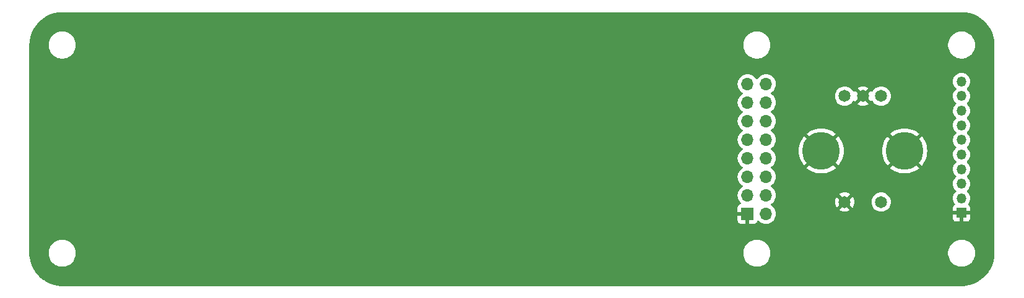
<source format=gtl>
G04 #@! TF.GenerationSoftware,KiCad,Pcbnew,8.0.7*
G04 #@! TF.CreationDate,2025-03-31T16:49:52+02:00*
G04 #@! TF.ProjectId,OLED_encoder,4f4c4544-5f65-46e6-936f-6465722e6b69,rev?*
G04 #@! TF.SameCoordinates,Original*
G04 #@! TF.FileFunction,Copper,L1,Top*
G04 #@! TF.FilePolarity,Positive*
%FSLAX46Y46*%
G04 Gerber Fmt 4.6, Leading zero omitted, Abs format (unit mm)*
G04 Created by KiCad (PCBNEW 8.0.7) date 2025-03-31 16:49:52*
%MOMM*%
%LPD*%
G01*
G04 APERTURE LIST*
G04 #@! TA.AperFunction,ComponentPad*
%ADD10R,1.700000X1.700000*%
G04 #@! TD*
G04 #@! TA.AperFunction,ComponentPad*
%ADD11O,1.700000X1.700000*%
G04 #@! TD*
G04 #@! TA.AperFunction,ComponentPad*
%ADD12C,1.650000*%
G04 #@! TD*
G04 #@! TA.AperFunction,ComponentPad*
%ADD13C,5.161000*%
G04 #@! TD*
G04 #@! TA.AperFunction,ComponentPad*
%ADD14R,1.350000X1.350000*%
G04 #@! TD*
G04 #@! TA.AperFunction,ComponentPad*
%ADD15O,1.350000X1.350000*%
G04 #@! TD*
G04 APERTURE END LIST*
D10*
X149715238Y-127619619D03*
D11*
X152255238Y-127619619D03*
X149715238Y-125079619D03*
X152255238Y-125079619D03*
X149715238Y-122539619D03*
X152255238Y-122539619D03*
X149715238Y-119999619D03*
X152255238Y-119999619D03*
X149715238Y-117459619D03*
X152255238Y-117459619D03*
X149715238Y-114919619D03*
X152255238Y-114919619D03*
X149715238Y-112379619D03*
X152255238Y-112379619D03*
X149715238Y-109839619D03*
X152255238Y-109839619D03*
D12*
X168000000Y-126000000D03*
X163000000Y-126000000D03*
X168000000Y-111500000D03*
X163000000Y-111500000D03*
X165500000Y-111500000D03*
D13*
X171200000Y-119000000D03*
X159800000Y-119000000D03*
D14*
X178987828Y-127500000D03*
D15*
X178987828Y-125500000D03*
X178987828Y-123500000D03*
X178987828Y-121500000D03*
X178987828Y-119500000D03*
X178987828Y-117500000D03*
X178987828Y-115500000D03*
X178987828Y-113500000D03*
X178987828Y-111500000D03*
X178987828Y-109500000D03*
G04 #@! TA.AperFunction,Conductor*
G36*
X179000692Y-100000007D02*
G01*
X179202929Y-100002343D01*
X179212931Y-100002863D01*
X179616336Y-100040244D01*
X179627654Y-100041823D01*
X179995590Y-100110602D01*
X180025200Y-100116137D01*
X180036351Y-100118760D01*
X180425313Y-100229429D01*
X180436151Y-100233061D01*
X180813285Y-100379164D01*
X180823747Y-100383784D01*
X181185760Y-100564044D01*
X181195748Y-100569607D01*
X181432071Y-100715932D01*
X181539599Y-100782511D01*
X181549048Y-100788984D01*
X181871779Y-101032699D01*
X181880580Y-101040008D01*
X182179448Y-101312462D01*
X182187542Y-101320556D01*
X182459987Y-101619414D01*
X182467304Y-101628225D01*
X182711015Y-101950951D01*
X182717488Y-101960400D01*
X182930387Y-102304242D01*
X182935960Y-102314249D01*
X183116211Y-102676244D01*
X183120838Y-102686721D01*
X183266934Y-103063837D01*
X183270573Y-103074697D01*
X183381239Y-103463650D01*
X183383862Y-103474799D01*
X183458174Y-103872332D01*
X183459756Y-103883676D01*
X183497135Y-104287064D01*
X183497656Y-104297073D01*
X183499992Y-104499307D01*
X183500000Y-104500739D01*
X183500000Y-132999260D01*
X183499992Y-133000692D01*
X183497656Y-133202926D01*
X183497135Y-133212935D01*
X183459756Y-133616323D01*
X183458174Y-133627667D01*
X183383862Y-134025200D01*
X183381239Y-134036349D01*
X183270573Y-134425302D01*
X183266934Y-134436162D01*
X183120838Y-134813278D01*
X183116211Y-134823755D01*
X182935960Y-135185750D01*
X182930387Y-135195757D01*
X182717488Y-135539599D01*
X182711015Y-135549048D01*
X182467304Y-135871774D01*
X182459987Y-135880585D01*
X182187542Y-136179443D01*
X182179443Y-136187542D01*
X181880585Y-136459987D01*
X181871774Y-136467304D01*
X181549048Y-136711015D01*
X181539599Y-136717488D01*
X181195757Y-136930387D01*
X181185750Y-136935960D01*
X180823755Y-137116211D01*
X180813278Y-137120838D01*
X180436162Y-137266934D01*
X180425302Y-137270573D01*
X180036349Y-137381239D01*
X180025200Y-137383862D01*
X179627667Y-137458174D01*
X179616323Y-137459756D01*
X179212935Y-137497135D01*
X179202926Y-137497656D01*
X179000693Y-137499992D01*
X178999261Y-137500000D01*
X56000739Y-137500000D01*
X55999307Y-137499992D01*
X55797073Y-137497656D01*
X55787064Y-137497135D01*
X55383676Y-137459756D01*
X55372332Y-137458174D01*
X54974799Y-137383862D01*
X54963650Y-137381239D01*
X54574697Y-137270573D01*
X54563837Y-137266934D01*
X54186721Y-137120838D01*
X54176244Y-137116211D01*
X53814249Y-136935960D01*
X53804242Y-136930387D01*
X53460400Y-136717488D01*
X53450951Y-136711015D01*
X53128225Y-136467304D01*
X53119414Y-136459987D01*
X52820556Y-136187542D01*
X52812457Y-136179443D01*
X52540012Y-135880585D01*
X52532695Y-135871774D01*
X52288984Y-135549048D01*
X52282511Y-135539599D01*
X52215932Y-135432071D01*
X52069607Y-135195748D01*
X52064044Y-135185760D01*
X51883784Y-134823747D01*
X51879161Y-134813278D01*
X51733061Y-134436151D01*
X51729429Y-134425313D01*
X51618760Y-134036349D01*
X51616137Y-134025200D01*
X51610602Y-133995590D01*
X51541823Y-133627654D01*
X51540244Y-133616336D01*
X51502863Y-133212931D01*
X51502343Y-133202926D01*
X51500008Y-133000692D01*
X51500000Y-132999260D01*
X51500000Y-132878711D01*
X54149500Y-132878711D01*
X54149500Y-133121288D01*
X54181161Y-133361785D01*
X54243947Y-133596104D01*
X54257021Y-133627667D01*
X54336776Y-133820212D01*
X54458064Y-134030289D01*
X54458066Y-134030292D01*
X54458067Y-134030293D01*
X54605733Y-134222736D01*
X54605739Y-134222743D01*
X54777256Y-134394260D01*
X54777263Y-134394266D01*
X54831849Y-134436151D01*
X54969711Y-134541936D01*
X55179788Y-134663224D01*
X55403900Y-134756054D01*
X55638211Y-134818838D01*
X55818586Y-134842584D01*
X55878711Y-134850500D01*
X55878712Y-134850500D01*
X56121289Y-134850500D01*
X56169388Y-134844167D01*
X56361789Y-134818838D01*
X56596100Y-134756054D01*
X56820212Y-134663224D01*
X57030289Y-134541936D01*
X57222738Y-134394265D01*
X57394265Y-134222738D01*
X57541936Y-134030289D01*
X57663224Y-133820212D01*
X57756054Y-133596100D01*
X57818838Y-133361789D01*
X57850500Y-133121288D01*
X57850500Y-132878712D01*
X57850500Y-132878711D01*
X149149500Y-132878711D01*
X149149500Y-133121288D01*
X149181161Y-133361785D01*
X149243947Y-133596104D01*
X149257021Y-133627667D01*
X149336776Y-133820212D01*
X149458064Y-134030289D01*
X149458066Y-134030292D01*
X149458067Y-134030293D01*
X149605733Y-134222736D01*
X149605739Y-134222743D01*
X149777256Y-134394260D01*
X149777263Y-134394266D01*
X149831849Y-134436151D01*
X149969711Y-134541936D01*
X150179788Y-134663224D01*
X150403900Y-134756054D01*
X150638211Y-134818838D01*
X150818586Y-134842584D01*
X150878711Y-134850500D01*
X150878712Y-134850500D01*
X151121289Y-134850500D01*
X151169388Y-134844167D01*
X151361789Y-134818838D01*
X151596100Y-134756054D01*
X151820212Y-134663224D01*
X152030289Y-134541936D01*
X152222738Y-134394265D01*
X152394265Y-134222738D01*
X152541936Y-134030289D01*
X152663224Y-133820212D01*
X152756054Y-133596100D01*
X152818838Y-133361789D01*
X152850500Y-133121288D01*
X152850500Y-132878712D01*
X152850500Y-132878711D01*
X177149500Y-132878711D01*
X177149500Y-133121288D01*
X177181161Y-133361785D01*
X177243947Y-133596104D01*
X177257021Y-133627667D01*
X177336776Y-133820212D01*
X177458064Y-134030289D01*
X177458066Y-134030292D01*
X177458067Y-134030293D01*
X177605733Y-134222736D01*
X177605739Y-134222743D01*
X177777256Y-134394260D01*
X177777263Y-134394266D01*
X177831849Y-134436151D01*
X177969711Y-134541936D01*
X178179788Y-134663224D01*
X178403900Y-134756054D01*
X178638211Y-134818838D01*
X178818586Y-134842584D01*
X178878711Y-134850500D01*
X178878712Y-134850500D01*
X179121289Y-134850500D01*
X179169388Y-134844167D01*
X179361789Y-134818838D01*
X179596100Y-134756054D01*
X179820212Y-134663224D01*
X180030289Y-134541936D01*
X180222738Y-134394265D01*
X180394265Y-134222738D01*
X180541936Y-134030289D01*
X180663224Y-133820212D01*
X180756054Y-133596100D01*
X180818838Y-133361789D01*
X180850500Y-133121288D01*
X180850500Y-132878712D01*
X180818838Y-132638211D01*
X180756054Y-132403900D01*
X180663224Y-132179788D01*
X180541936Y-131969711D01*
X180394265Y-131777262D01*
X180394260Y-131777256D01*
X180222743Y-131605739D01*
X180222736Y-131605733D01*
X180030293Y-131458067D01*
X180030292Y-131458066D01*
X180030289Y-131458064D01*
X179820212Y-131336776D01*
X179820205Y-131336773D01*
X179596104Y-131243947D01*
X179361785Y-131181161D01*
X179121289Y-131149500D01*
X179121288Y-131149500D01*
X178878712Y-131149500D01*
X178878711Y-131149500D01*
X178638214Y-131181161D01*
X178403895Y-131243947D01*
X178179794Y-131336773D01*
X178179785Y-131336777D01*
X177969706Y-131458067D01*
X177777263Y-131605733D01*
X177777256Y-131605739D01*
X177605739Y-131777256D01*
X177605733Y-131777263D01*
X177458067Y-131969706D01*
X177336777Y-132179785D01*
X177336773Y-132179794D01*
X177243947Y-132403895D01*
X177181161Y-132638214D01*
X177149500Y-132878711D01*
X152850500Y-132878711D01*
X152818838Y-132638211D01*
X152756054Y-132403900D01*
X152663224Y-132179788D01*
X152541936Y-131969711D01*
X152394265Y-131777262D01*
X152394260Y-131777256D01*
X152222743Y-131605739D01*
X152222736Y-131605733D01*
X152030293Y-131458067D01*
X152030292Y-131458066D01*
X152030289Y-131458064D01*
X151820212Y-131336776D01*
X151820205Y-131336773D01*
X151596104Y-131243947D01*
X151361785Y-131181161D01*
X151121289Y-131149500D01*
X151121288Y-131149500D01*
X150878712Y-131149500D01*
X150878711Y-131149500D01*
X150638214Y-131181161D01*
X150403895Y-131243947D01*
X150179794Y-131336773D01*
X150179785Y-131336777D01*
X149969706Y-131458067D01*
X149777263Y-131605733D01*
X149777256Y-131605739D01*
X149605739Y-131777256D01*
X149605733Y-131777263D01*
X149458067Y-131969706D01*
X149336777Y-132179785D01*
X149336773Y-132179794D01*
X149243947Y-132403895D01*
X149181161Y-132638214D01*
X149149500Y-132878711D01*
X57850500Y-132878711D01*
X57818838Y-132638211D01*
X57756054Y-132403900D01*
X57663224Y-132179788D01*
X57541936Y-131969711D01*
X57394265Y-131777262D01*
X57394260Y-131777256D01*
X57222743Y-131605739D01*
X57222736Y-131605733D01*
X57030293Y-131458067D01*
X57030292Y-131458066D01*
X57030289Y-131458064D01*
X56820212Y-131336776D01*
X56820205Y-131336773D01*
X56596104Y-131243947D01*
X56361785Y-131181161D01*
X56121289Y-131149500D01*
X56121288Y-131149500D01*
X55878712Y-131149500D01*
X55878711Y-131149500D01*
X55638214Y-131181161D01*
X55403895Y-131243947D01*
X55179794Y-131336773D01*
X55179785Y-131336777D01*
X54969706Y-131458067D01*
X54777263Y-131605733D01*
X54777256Y-131605739D01*
X54605739Y-131777256D01*
X54605733Y-131777263D01*
X54458067Y-131969706D01*
X54336777Y-132179785D01*
X54336773Y-132179794D01*
X54243947Y-132403895D01*
X54181161Y-132638214D01*
X54149500Y-132878711D01*
X51500000Y-132878711D01*
X51500000Y-109839618D01*
X148359579Y-109839618D01*
X148359579Y-109839619D01*
X148380174Y-110075022D01*
X148380176Y-110075032D01*
X148441332Y-110303274D01*
X148441334Y-110303278D01*
X148441335Y-110303282D01*
X148518179Y-110468074D01*
X148541203Y-110517449D01*
X148541205Y-110517453D01*
X148630325Y-110644729D01*
X148676739Y-110711015D01*
X148676744Y-110711021D01*
X148843835Y-110878112D01*
X148843841Y-110878117D01*
X149029396Y-111008044D01*
X149073021Y-111062621D01*
X149080215Y-111132119D01*
X149048692Y-111194474D01*
X149029396Y-111211194D01*
X148843835Y-111341124D01*
X148676743Y-111508216D01*
X148541203Y-111701788D01*
X148541202Y-111701790D01*
X148441336Y-111915954D01*
X148441332Y-111915963D01*
X148380176Y-112144205D01*
X148380174Y-112144215D01*
X148359579Y-112379618D01*
X148359579Y-112379619D01*
X148380174Y-112615022D01*
X148380176Y-112615032D01*
X148441332Y-112843274D01*
X148441334Y-112843278D01*
X148441335Y-112843282D01*
X148457771Y-112878528D01*
X148541203Y-113057449D01*
X148541205Y-113057453D01*
X148649519Y-113212140D01*
X148676739Y-113251015D01*
X148676744Y-113251021D01*
X148843835Y-113418112D01*
X148843841Y-113418117D01*
X149029396Y-113548044D01*
X149073021Y-113602621D01*
X149080215Y-113672119D01*
X149048692Y-113734474D01*
X149029396Y-113751194D01*
X148843835Y-113881124D01*
X148676743Y-114048216D01*
X148541203Y-114241788D01*
X148541202Y-114241790D01*
X148441336Y-114455954D01*
X148441332Y-114455963D01*
X148380176Y-114684205D01*
X148380174Y-114684215D01*
X148359579Y-114919618D01*
X148359579Y-114919619D01*
X148380174Y-115155022D01*
X148380176Y-115155032D01*
X148441332Y-115383274D01*
X148441334Y-115383278D01*
X148441335Y-115383282D01*
X148445238Y-115391651D01*
X148541203Y-115597449D01*
X148541205Y-115597453D01*
X148649519Y-115752140D01*
X148676739Y-115791015D01*
X148676744Y-115791021D01*
X148843835Y-115958112D01*
X148843841Y-115958117D01*
X149029396Y-116088044D01*
X149073021Y-116142621D01*
X149080215Y-116212119D01*
X149048692Y-116274474D01*
X149029396Y-116291194D01*
X148843835Y-116421124D01*
X148676743Y-116588216D01*
X148541203Y-116781788D01*
X148541202Y-116781790D01*
X148441336Y-116995954D01*
X148441332Y-116995963D01*
X148380176Y-117224205D01*
X148380174Y-117224215D01*
X148359579Y-117459618D01*
X148359579Y-117459619D01*
X148380174Y-117695022D01*
X148380176Y-117695032D01*
X148441332Y-117923274D01*
X148441334Y-117923278D01*
X148441335Y-117923282D01*
X148521242Y-118094642D01*
X148541203Y-118137449D01*
X148541205Y-118137453D01*
X148611211Y-118237431D01*
X148676739Y-118331015D01*
X148676744Y-118331021D01*
X148843835Y-118498112D01*
X148843841Y-118498117D01*
X149029396Y-118628044D01*
X149073021Y-118682621D01*
X149080215Y-118752119D01*
X149048692Y-118814474D01*
X149029396Y-118831194D01*
X148843835Y-118961124D01*
X148676743Y-119128216D01*
X148541203Y-119321788D01*
X148541202Y-119321790D01*
X148441336Y-119535954D01*
X148441332Y-119535963D01*
X148380176Y-119764205D01*
X148380174Y-119764215D01*
X148359579Y-119999618D01*
X148359579Y-119999619D01*
X148380174Y-120235022D01*
X148380176Y-120235032D01*
X148441332Y-120463274D01*
X148441334Y-120463278D01*
X148441335Y-120463282D01*
X148480064Y-120546336D01*
X148541203Y-120677449D01*
X148541205Y-120677453D01*
X148649519Y-120832140D01*
X148676739Y-120871015D01*
X148676744Y-120871021D01*
X148843835Y-121038112D01*
X148843841Y-121038117D01*
X149029396Y-121168044D01*
X149073021Y-121222621D01*
X149080215Y-121292119D01*
X149048692Y-121354474D01*
X149029396Y-121371194D01*
X148843835Y-121501124D01*
X148676743Y-121668216D01*
X148541203Y-121861788D01*
X148541202Y-121861790D01*
X148441336Y-122075954D01*
X148441332Y-122075963D01*
X148380176Y-122304205D01*
X148380174Y-122304215D01*
X148359579Y-122539618D01*
X148359579Y-122539619D01*
X148380174Y-122775022D01*
X148380176Y-122775032D01*
X148441332Y-123003274D01*
X148441334Y-123003278D01*
X148441335Y-123003282D01*
X148521242Y-123174642D01*
X148541203Y-123217449D01*
X148541205Y-123217453D01*
X148587156Y-123283077D01*
X148676739Y-123411015D01*
X148676744Y-123411021D01*
X148843835Y-123578112D01*
X148843841Y-123578117D01*
X149029396Y-123708044D01*
X149073021Y-123762621D01*
X149080215Y-123832119D01*
X149048692Y-123894474D01*
X149029396Y-123911194D01*
X148843835Y-124041124D01*
X148676743Y-124208216D01*
X148541203Y-124401788D01*
X148541202Y-124401790D01*
X148441336Y-124615954D01*
X148441332Y-124615963D01*
X148380176Y-124844205D01*
X148380174Y-124844215D01*
X148359579Y-125079618D01*
X148359579Y-125079619D01*
X148380174Y-125315022D01*
X148380176Y-125315032D01*
X148441332Y-125543274D01*
X148441334Y-125543278D01*
X148441335Y-125543282D01*
X148521242Y-125714642D01*
X148541203Y-125757449D01*
X148541205Y-125757453D01*
X148649519Y-125912140D01*
X148676739Y-125951015D01*
X148676744Y-125951021D01*
X148799056Y-126073333D01*
X148832541Y-126134656D01*
X148827557Y-126204348D01*
X148785685Y-126260281D01*
X148754709Y-126277196D01*
X148623150Y-126326265D01*
X148623144Y-126326268D01*
X148508050Y-126412428D01*
X148508047Y-126412431D01*
X148421887Y-126527525D01*
X148421883Y-126527532D01*
X148371641Y-126662239D01*
X148371639Y-126662246D01*
X148365238Y-126721774D01*
X148365238Y-127369619D01*
X149282226Y-127369619D01*
X149249313Y-127426626D01*
X149215238Y-127553793D01*
X149215238Y-127685445D01*
X149249313Y-127812612D01*
X149282226Y-127869619D01*
X148365238Y-127869619D01*
X148365238Y-128517463D01*
X148371639Y-128576991D01*
X148371641Y-128576998D01*
X148421883Y-128711705D01*
X148421887Y-128711712D01*
X148508047Y-128826806D01*
X148508050Y-128826809D01*
X148623144Y-128912969D01*
X148623151Y-128912973D01*
X148757858Y-128963215D01*
X148757865Y-128963217D01*
X148817393Y-128969618D01*
X148817410Y-128969619D01*
X149465238Y-128969619D01*
X149465238Y-128052631D01*
X149522245Y-128085544D01*
X149649412Y-128119619D01*
X149781064Y-128119619D01*
X149908231Y-128085544D01*
X149965238Y-128052631D01*
X149965238Y-128969619D01*
X150613066Y-128969619D01*
X150613082Y-128969618D01*
X150672610Y-128963217D01*
X150672617Y-128963215D01*
X150807324Y-128912973D01*
X150807331Y-128912969D01*
X150922425Y-128826809D01*
X150922428Y-128826806D01*
X151008588Y-128711712D01*
X151008592Y-128711705D01*
X151057660Y-128580148D01*
X151099531Y-128524214D01*
X151164995Y-128499797D01*
X151233268Y-128514649D01*
X151261523Y-128535800D01*
X151383837Y-128658114D01*
X151407953Y-128675000D01*
X151577403Y-128793651D01*
X151577405Y-128793652D01*
X151577408Y-128793654D01*
X151791575Y-128893522D01*
X152019830Y-128954682D01*
X152190557Y-128969619D01*
X152255237Y-128975278D01*
X152255238Y-128975278D01*
X152255239Y-128975278D01*
X152319919Y-128969619D01*
X152490646Y-128954682D01*
X152718901Y-128893522D01*
X152933068Y-128793654D01*
X153126639Y-128658114D01*
X153293733Y-128491020D01*
X153429273Y-128297449D01*
X153529141Y-128083282D01*
X153590301Y-127855027D01*
X153610897Y-127619619D01*
X153590301Y-127384211D01*
X153529141Y-127155956D01*
X153429273Y-126941790D01*
X153293733Y-126748218D01*
X153293732Y-126748216D01*
X153126640Y-126581125D01*
X153126634Y-126581120D01*
X152941080Y-126451194D01*
X152897455Y-126396617D01*
X152890261Y-126327119D01*
X152921784Y-126264764D01*
X152941080Y-126248044D01*
X153052738Y-126169860D01*
X153126639Y-126118114D01*
X153244754Y-125999999D01*
X161669939Y-125999999D01*
X161669939Y-126000000D01*
X161690145Y-126230958D01*
X161690147Y-126230968D01*
X161750148Y-126454900D01*
X161750152Y-126454909D01*
X161848132Y-126665029D01*
X161848133Y-126665031D01*
X161903023Y-126743422D01*
X161903023Y-126743423D01*
X162476212Y-126170234D01*
X162487482Y-126212292D01*
X162559890Y-126337708D01*
X162662292Y-126440110D01*
X162787708Y-126512518D01*
X162829765Y-126523787D01*
X162256575Y-127096975D01*
X162334973Y-127151868D01*
X162545090Y-127249847D01*
X162545099Y-127249851D01*
X162769031Y-127309852D01*
X162769041Y-127309854D01*
X162999999Y-127330061D01*
X163000001Y-127330061D01*
X163230958Y-127309854D01*
X163230968Y-127309852D01*
X163454900Y-127249851D01*
X163454909Y-127249847D01*
X163665030Y-127151867D01*
X163743423Y-127096975D01*
X163170234Y-126523787D01*
X163212292Y-126512518D01*
X163337708Y-126440110D01*
X163440110Y-126337708D01*
X163512518Y-126212292D01*
X163523787Y-126170235D01*
X164096975Y-126743423D01*
X164151867Y-126665030D01*
X164249847Y-126454909D01*
X164249851Y-126454900D01*
X164309852Y-126230968D01*
X164309854Y-126230958D01*
X164330061Y-126000000D01*
X164330061Y-125999999D01*
X164330061Y-125999998D01*
X166669437Y-125999998D01*
X166669437Y-126000001D01*
X166689650Y-126231044D01*
X166689651Y-126231051D01*
X166749678Y-126455074D01*
X166749679Y-126455076D01*
X166749680Y-126455079D01*
X166847699Y-126665282D01*
X166980730Y-126855269D01*
X167144731Y-127019270D01*
X167334718Y-127152301D01*
X167544921Y-127250320D01*
X167768950Y-127310349D01*
X167933985Y-127324787D01*
X167999998Y-127330563D01*
X168000000Y-127330563D01*
X168000002Y-127330563D01*
X168057762Y-127325509D01*
X168231050Y-127310349D01*
X168455079Y-127250320D01*
X168665282Y-127152301D01*
X168855269Y-127019270D01*
X169019270Y-126855269D01*
X169152301Y-126665282D01*
X169250320Y-126455079D01*
X169310349Y-126231050D01*
X169330563Y-126000000D01*
X169310349Y-125768950D01*
X169250320Y-125544921D01*
X169152301Y-125334719D01*
X169152299Y-125334716D01*
X169152298Y-125334714D01*
X169019273Y-125144735D01*
X169019268Y-125144729D01*
X168855269Y-124980730D01*
X168855263Y-124980726D01*
X168665282Y-124847699D01*
X168455079Y-124749680D01*
X168455076Y-124749679D01*
X168455074Y-124749678D01*
X168231051Y-124689651D01*
X168231044Y-124689650D01*
X168000002Y-124669437D01*
X167999998Y-124669437D01*
X167768955Y-124689650D01*
X167768948Y-124689651D01*
X167544917Y-124749681D01*
X167334718Y-124847699D01*
X167334714Y-124847701D01*
X167144735Y-124980726D01*
X167144729Y-124980731D01*
X166980731Y-125144729D01*
X166980726Y-125144735D01*
X166847701Y-125334714D01*
X166847699Y-125334718D01*
X166749681Y-125544917D01*
X166689651Y-125768948D01*
X166689650Y-125768955D01*
X166669437Y-125999998D01*
X164330061Y-125999998D01*
X164309854Y-125769041D01*
X164309852Y-125769031D01*
X164249851Y-125545099D01*
X164249847Y-125545090D01*
X164151868Y-125334972D01*
X164096974Y-125256576D01*
X163523787Y-125829764D01*
X163512518Y-125787708D01*
X163440110Y-125662292D01*
X163337708Y-125559890D01*
X163212292Y-125487482D01*
X163170233Y-125476212D01*
X163743423Y-124903023D01*
X163665031Y-124848133D01*
X163665029Y-124848132D01*
X163454909Y-124750152D01*
X163454900Y-124750148D01*
X163230968Y-124690147D01*
X163230958Y-124690145D01*
X163000001Y-124669939D01*
X162999999Y-124669939D01*
X162769041Y-124690145D01*
X162769031Y-124690147D01*
X162545099Y-124750148D01*
X162545090Y-124750152D01*
X162334974Y-124848131D01*
X162256576Y-124903024D01*
X162829765Y-125476212D01*
X162787708Y-125487482D01*
X162662292Y-125559890D01*
X162559890Y-125662292D01*
X162487482Y-125787708D01*
X162476212Y-125829765D01*
X161903024Y-125256576D01*
X161848131Y-125334974D01*
X161750152Y-125545090D01*
X161750148Y-125545099D01*
X161690147Y-125769031D01*
X161690145Y-125769041D01*
X161669939Y-125999999D01*
X153244754Y-125999999D01*
X153293733Y-125951020D01*
X153429273Y-125757449D01*
X153529141Y-125543282D01*
X153590301Y-125315027D01*
X153610897Y-125079619D01*
X153590301Y-124844211D01*
X153529141Y-124615956D01*
X153429273Y-124401790D01*
X153423663Y-124393777D01*
X153293732Y-124208216D01*
X153126640Y-124041125D01*
X153126634Y-124041120D01*
X152941080Y-123911194D01*
X152897455Y-123856617D01*
X152890261Y-123787119D01*
X152921784Y-123724764D01*
X152941080Y-123708044D01*
X152963264Y-123692510D01*
X153126639Y-123578114D01*
X153293733Y-123411020D01*
X153429273Y-123217449D01*
X153529141Y-123003282D01*
X153590301Y-122775027D01*
X153610897Y-122539619D01*
X153590301Y-122304211D01*
X153529141Y-122075956D01*
X153429273Y-121861790D01*
X153423663Y-121853777D01*
X153293732Y-121668216D01*
X153126640Y-121501125D01*
X153126634Y-121501120D01*
X152941080Y-121371194D01*
X152897455Y-121316617D01*
X152890261Y-121247119D01*
X152921784Y-121184764D01*
X152941080Y-121168044D01*
X153076044Y-121073541D01*
X153126639Y-121038114D01*
X153293733Y-120871020D01*
X153429273Y-120677449D01*
X153529141Y-120463282D01*
X153590301Y-120235027D01*
X153610897Y-119999619D01*
X153590301Y-119764211D01*
X153529141Y-119535956D01*
X153429273Y-119321790D01*
X153423663Y-119313777D01*
X153293732Y-119128216D01*
X153165515Y-119000000D01*
X156714646Y-119000000D01*
X156734045Y-119345445D01*
X156734047Y-119345457D01*
X156792001Y-119686552D01*
X156792003Y-119686560D01*
X156887785Y-120019025D01*
X157020188Y-120338678D01*
X157020190Y-120338682D01*
X157187556Y-120641507D01*
X157387774Y-120923688D01*
X157451476Y-120994969D01*
X158419455Y-120026989D01*
X158503721Y-120136806D01*
X158663194Y-120296279D01*
X158773009Y-120380542D01*
X157805029Y-121348522D01*
X157876311Y-121412225D01*
X158158492Y-121612443D01*
X158461317Y-121779809D01*
X158461321Y-121779811D01*
X158780974Y-121912214D01*
X159113439Y-122007996D01*
X159113447Y-122007998D01*
X159454542Y-122065952D01*
X159454554Y-122065954D01*
X159800000Y-122085353D01*
X160145445Y-122065954D01*
X160145457Y-122065952D01*
X160486552Y-122007998D01*
X160486560Y-122007996D01*
X160819025Y-121912214D01*
X161138678Y-121779811D01*
X161138682Y-121779809D01*
X161441507Y-121612443D01*
X161723687Y-121412226D01*
X161723688Y-121412225D01*
X161794970Y-121348522D01*
X160826990Y-120380543D01*
X160936806Y-120296279D01*
X161096279Y-120136806D01*
X161180542Y-120026990D01*
X162148522Y-120994970D01*
X162212225Y-120923688D01*
X162212226Y-120923687D01*
X162412443Y-120641507D01*
X162579809Y-120338682D01*
X162579811Y-120338678D01*
X162712214Y-120019025D01*
X162807996Y-119686560D01*
X162807998Y-119686552D01*
X162865952Y-119345457D01*
X162865954Y-119345445D01*
X162885353Y-119000000D01*
X168114646Y-119000000D01*
X168134045Y-119345445D01*
X168134047Y-119345457D01*
X168192001Y-119686552D01*
X168192003Y-119686560D01*
X168287785Y-120019025D01*
X168420188Y-120338678D01*
X168420190Y-120338682D01*
X168587556Y-120641507D01*
X168787774Y-120923688D01*
X168851476Y-120994969D01*
X169819455Y-120026989D01*
X169903721Y-120136806D01*
X170063194Y-120296279D01*
X170173009Y-120380542D01*
X169205029Y-121348522D01*
X169276311Y-121412225D01*
X169558492Y-121612443D01*
X169861317Y-121779809D01*
X169861321Y-121779811D01*
X170180974Y-121912214D01*
X170513439Y-122007996D01*
X170513447Y-122007998D01*
X170854542Y-122065952D01*
X170854554Y-122065954D01*
X171200000Y-122085353D01*
X171545445Y-122065954D01*
X171545457Y-122065952D01*
X171886552Y-122007998D01*
X171886560Y-122007996D01*
X172219025Y-121912214D01*
X172538678Y-121779811D01*
X172538682Y-121779809D01*
X172841507Y-121612443D01*
X173123687Y-121412226D01*
X173123688Y-121412225D01*
X173194970Y-121348522D01*
X172226990Y-120380543D01*
X172336806Y-120296279D01*
X172496279Y-120136806D01*
X172580543Y-120026990D01*
X173548522Y-120994970D01*
X173612225Y-120923688D01*
X173612226Y-120923687D01*
X173812443Y-120641507D01*
X173979809Y-120338682D01*
X173979811Y-120338678D01*
X174112214Y-120019025D01*
X174207996Y-119686560D01*
X174207998Y-119686552D01*
X174265952Y-119345457D01*
X174265954Y-119345445D01*
X174285353Y-119000000D01*
X174265954Y-118654554D01*
X174265952Y-118654542D01*
X174207998Y-118313447D01*
X174207996Y-118313439D01*
X174112214Y-117980974D01*
X173979811Y-117661321D01*
X173979809Y-117661317D01*
X173812443Y-117358492D01*
X173612225Y-117076311D01*
X173548522Y-117005029D01*
X172580542Y-117973008D01*
X172496279Y-117863194D01*
X172336806Y-117703721D01*
X172226989Y-117619455D01*
X173194969Y-116651476D01*
X173194970Y-116651476D01*
X173123688Y-116587774D01*
X172841507Y-116387556D01*
X172538682Y-116220190D01*
X172538678Y-116220188D01*
X172219025Y-116087785D01*
X171886560Y-115992003D01*
X171886552Y-115992001D01*
X171545457Y-115934047D01*
X171545445Y-115934045D01*
X171200000Y-115914646D01*
X170854554Y-115934045D01*
X170854542Y-115934047D01*
X170513447Y-115992001D01*
X170513439Y-115992003D01*
X170180974Y-116087785D01*
X169861321Y-116220188D01*
X169861317Y-116220190D01*
X169558492Y-116387556D01*
X169276311Y-116587774D01*
X169205029Y-116651476D01*
X170173009Y-117619456D01*
X170063194Y-117703721D01*
X169903721Y-117863194D01*
X169819456Y-117973009D01*
X168851476Y-117005029D01*
X168787774Y-117076311D01*
X168587556Y-117358492D01*
X168420190Y-117661317D01*
X168420188Y-117661321D01*
X168287785Y-117980974D01*
X168192003Y-118313439D01*
X168192001Y-118313447D01*
X168134047Y-118654542D01*
X168134045Y-118654554D01*
X168114646Y-119000000D01*
X162885353Y-119000000D01*
X162865954Y-118654554D01*
X162865952Y-118654542D01*
X162807998Y-118313447D01*
X162807996Y-118313439D01*
X162712214Y-117980974D01*
X162579811Y-117661321D01*
X162579809Y-117661317D01*
X162412443Y-117358492D01*
X162212225Y-117076311D01*
X162148522Y-117005029D01*
X161180542Y-117973008D01*
X161096279Y-117863194D01*
X160936806Y-117703721D01*
X160826989Y-117619455D01*
X161794969Y-116651476D01*
X161794970Y-116651476D01*
X161723688Y-116587774D01*
X161441507Y-116387556D01*
X161138682Y-116220190D01*
X161138678Y-116220188D01*
X160819025Y-116087785D01*
X160486560Y-115992003D01*
X160486552Y-115992001D01*
X160145457Y-115934047D01*
X160145445Y-115934045D01*
X159800000Y-115914646D01*
X159454554Y-115934045D01*
X159454542Y-115934047D01*
X159113447Y-115992001D01*
X159113439Y-115992003D01*
X158780974Y-116087785D01*
X158461321Y-116220188D01*
X158461317Y-116220190D01*
X158158492Y-116387556D01*
X157876311Y-116587774D01*
X157805029Y-116651476D01*
X158773009Y-117619456D01*
X158663194Y-117703721D01*
X158503721Y-117863194D01*
X158419456Y-117973009D01*
X157451476Y-117005029D01*
X157387774Y-117076311D01*
X157187556Y-117358492D01*
X157020190Y-117661317D01*
X157020188Y-117661321D01*
X156887785Y-117980974D01*
X156792003Y-118313439D01*
X156792001Y-118313447D01*
X156734047Y-118654542D01*
X156734045Y-118654554D01*
X156714646Y-119000000D01*
X153165515Y-119000000D01*
X153126640Y-118961125D01*
X153126634Y-118961120D01*
X152941080Y-118831194D01*
X152897455Y-118776617D01*
X152890261Y-118707119D01*
X152921784Y-118644764D01*
X152941080Y-118628044D01*
X152993074Y-118591637D01*
X153126639Y-118498114D01*
X153293733Y-118331020D01*
X153429273Y-118137449D01*
X153529141Y-117923282D01*
X153590301Y-117695027D01*
X153610897Y-117459619D01*
X153590301Y-117224211D01*
X153529141Y-116995956D01*
X153429273Y-116781790D01*
X153423663Y-116773777D01*
X153293732Y-116588216D01*
X153126640Y-116421125D01*
X153126634Y-116421120D01*
X152941080Y-116291194D01*
X152897455Y-116236617D01*
X152890261Y-116167119D01*
X152921784Y-116104764D01*
X152941080Y-116088044D01*
X152963264Y-116072510D01*
X153126639Y-115958114D01*
X153293733Y-115791020D01*
X153429273Y-115597449D01*
X153529141Y-115383282D01*
X153590301Y-115155027D01*
X153610897Y-114919619D01*
X153590301Y-114684211D01*
X153529141Y-114455956D01*
X153429273Y-114241790D01*
X153423663Y-114233777D01*
X153293732Y-114048216D01*
X153126640Y-113881125D01*
X153126634Y-113881120D01*
X152941080Y-113751194D01*
X152897455Y-113696617D01*
X152890261Y-113627119D01*
X152921784Y-113564764D01*
X152941080Y-113548044D01*
X153009695Y-113499999D01*
X153126639Y-113418114D01*
X153293733Y-113251020D01*
X153429273Y-113057449D01*
X153529141Y-112843282D01*
X153590301Y-112615027D01*
X153610897Y-112379619D01*
X153590301Y-112144211D01*
X153529141Y-111915956D01*
X153429273Y-111701790D01*
X153423663Y-111693777D01*
X153293732Y-111508216D01*
X153285514Y-111499998D01*
X161669437Y-111499998D01*
X161669437Y-111500001D01*
X161689650Y-111731044D01*
X161689651Y-111731051D01*
X161749678Y-111955074D01*
X161749679Y-111955076D01*
X161749680Y-111955079D01*
X161847699Y-112165282D01*
X161980730Y-112355269D01*
X162144731Y-112519270D01*
X162334718Y-112652301D01*
X162544921Y-112750320D01*
X162768950Y-112810349D01*
X162933985Y-112824787D01*
X162999998Y-112830563D01*
X163000000Y-112830563D01*
X163000002Y-112830563D01*
X163057762Y-112825509D01*
X163231050Y-112810349D01*
X163455079Y-112750320D01*
X163665282Y-112652301D01*
X163855269Y-112519270D01*
X164019270Y-112355269D01*
X164148731Y-112170379D01*
X164203307Y-112126757D01*
X164272806Y-112119564D01*
X164335160Y-112151086D01*
X164351880Y-112170382D01*
X164403023Y-112243422D01*
X164403023Y-112243423D01*
X164976212Y-111670234D01*
X164987482Y-111712292D01*
X165059890Y-111837708D01*
X165162292Y-111940110D01*
X165287708Y-112012518D01*
X165329765Y-112023787D01*
X164756575Y-112596975D01*
X164834973Y-112651868D01*
X165045090Y-112749847D01*
X165045099Y-112749851D01*
X165269031Y-112809852D01*
X165269041Y-112809854D01*
X165499999Y-112830061D01*
X165500001Y-112830061D01*
X165730958Y-112809854D01*
X165730968Y-112809852D01*
X165954900Y-112749851D01*
X165954909Y-112749847D01*
X166165030Y-112651867D01*
X166243423Y-112596975D01*
X165670234Y-112023787D01*
X165712292Y-112012518D01*
X165837708Y-111940110D01*
X165940110Y-111837708D01*
X166012518Y-111712292D01*
X166023787Y-111670234D01*
X166596975Y-112243423D01*
X166648120Y-112170381D01*
X166702697Y-112126757D01*
X166772196Y-112119564D01*
X166834550Y-112151086D01*
X166851266Y-112170377D01*
X166980730Y-112355269D01*
X167144731Y-112519270D01*
X167334718Y-112652301D01*
X167544921Y-112750320D01*
X167768950Y-112810349D01*
X167933985Y-112824787D01*
X167999998Y-112830563D01*
X168000000Y-112830563D01*
X168000002Y-112830563D01*
X168057762Y-112825509D01*
X168231050Y-112810349D01*
X168455079Y-112750320D01*
X168665282Y-112652301D01*
X168855269Y-112519270D01*
X169019270Y-112355269D01*
X169152301Y-112165282D01*
X169250320Y-111955079D01*
X169310349Y-111731050D01*
X169330563Y-111500000D01*
X169310349Y-111268950D01*
X169250320Y-111044921D01*
X169152301Y-110834719D01*
X169152299Y-110834716D01*
X169152298Y-110834714D01*
X169019273Y-110644735D01*
X169019268Y-110644729D01*
X168855269Y-110480730D01*
X168828633Y-110462079D01*
X168665282Y-110347699D01*
X168455079Y-110249680D01*
X168455076Y-110249679D01*
X168455074Y-110249678D01*
X168231051Y-110189651D01*
X168231044Y-110189650D01*
X168000002Y-110169437D01*
X167999998Y-110169437D01*
X167768955Y-110189650D01*
X167768948Y-110189651D01*
X167544917Y-110249681D01*
X167334718Y-110347699D01*
X167334714Y-110347701D01*
X167144735Y-110480726D01*
X167144729Y-110480731D01*
X166980731Y-110644729D01*
X166980730Y-110644731D01*
X166851270Y-110829619D01*
X166796693Y-110873243D01*
X166727194Y-110880436D01*
X166664840Y-110848914D01*
X166648121Y-110829619D01*
X166596975Y-110756576D01*
X166596974Y-110756576D01*
X166023787Y-111329764D01*
X166012518Y-111287708D01*
X165940110Y-111162292D01*
X165837708Y-111059890D01*
X165712292Y-110987482D01*
X165670233Y-110976212D01*
X166243423Y-110403023D01*
X166165031Y-110348133D01*
X166165029Y-110348132D01*
X165954909Y-110250152D01*
X165954900Y-110250148D01*
X165730968Y-110190147D01*
X165730958Y-110190145D01*
X165500001Y-110169939D01*
X165499999Y-110169939D01*
X165269041Y-110190145D01*
X165269031Y-110190147D01*
X165045099Y-110250148D01*
X165045090Y-110250152D01*
X164834974Y-110348131D01*
X164756576Y-110403024D01*
X165329765Y-110976212D01*
X165287708Y-110987482D01*
X165162292Y-111059890D01*
X165059890Y-111162292D01*
X164987482Y-111287708D01*
X164976212Y-111329765D01*
X164403024Y-110756576D01*
X164403023Y-110756576D01*
X164351880Y-110829618D01*
X164297304Y-110873243D01*
X164227805Y-110880437D01*
X164165450Y-110848914D01*
X164148730Y-110829619D01*
X164141673Y-110819541D01*
X164019270Y-110644731D01*
X163855269Y-110480730D01*
X163665282Y-110347699D01*
X163455079Y-110249680D01*
X163455076Y-110249679D01*
X163455074Y-110249678D01*
X163231051Y-110189651D01*
X163231044Y-110189650D01*
X163000002Y-110169437D01*
X162999998Y-110169437D01*
X162768955Y-110189650D01*
X162768948Y-110189651D01*
X162544917Y-110249681D01*
X162334718Y-110347699D01*
X162334714Y-110347701D01*
X162144735Y-110480726D01*
X162144729Y-110480731D01*
X161980731Y-110644729D01*
X161980726Y-110644735D01*
X161847701Y-110834714D01*
X161847699Y-110834718D01*
X161749681Y-111044917D01*
X161689651Y-111268948D01*
X161689650Y-111268955D01*
X161669437Y-111499998D01*
X153285514Y-111499998D01*
X153126640Y-111341125D01*
X153126634Y-111341120D01*
X152941080Y-111211194D01*
X152897455Y-111156617D01*
X152890261Y-111087119D01*
X152921784Y-111024764D01*
X152941080Y-111008044D01*
X153123321Y-110880437D01*
X153126639Y-110878114D01*
X153293733Y-110711020D01*
X153429273Y-110517449D01*
X153529141Y-110303282D01*
X153590301Y-110075027D01*
X153610897Y-109839619D01*
X153590301Y-109604211D01*
X153562378Y-109499999D01*
X177807292Y-109499999D01*
X177807292Y-109500000D01*
X177827392Y-109716918D01*
X177887012Y-109926462D01*
X177984116Y-110121472D01*
X178115402Y-110295324D01*
X178239400Y-110408363D01*
X178275682Y-110468074D01*
X178273921Y-110537922D01*
X178239400Y-110591637D01*
X178115402Y-110704675D01*
X177984116Y-110878527D01*
X177887012Y-111073537D01*
X177887011Y-111073541D01*
X177831413Y-111268950D01*
X177827392Y-111283081D01*
X177807292Y-111499999D01*
X177807292Y-111500000D01*
X177827392Y-111716918D01*
X177827392Y-111716920D01*
X177827393Y-111716923D01*
X177831413Y-111731051D01*
X177887012Y-111926462D01*
X177984116Y-112121472D01*
X178115402Y-112295324D01*
X178239400Y-112408363D01*
X178275682Y-112468074D01*
X178273921Y-112537922D01*
X178239400Y-112591637D01*
X178115402Y-112704675D01*
X177984116Y-112878527D01*
X177887012Y-113073537D01*
X177887011Y-113073541D01*
X177836516Y-113251015D01*
X177827392Y-113283081D01*
X177807292Y-113499999D01*
X177807292Y-113500000D01*
X177827392Y-113716918D01*
X177827392Y-113716920D01*
X177827393Y-113716923D01*
X177887011Y-113926459D01*
X177887012Y-113926462D01*
X177984116Y-114121472D01*
X178115402Y-114295324D01*
X178239400Y-114408363D01*
X178275682Y-114468074D01*
X178273921Y-114537922D01*
X178239400Y-114591637D01*
X178115402Y-114704675D01*
X177984116Y-114878527D01*
X177887012Y-115073537D01*
X177827392Y-115283081D01*
X177807292Y-115499999D01*
X177807292Y-115500000D01*
X177827392Y-115716918D01*
X177827392Y-115716920D01*
X177827393Y-115716923D01*
X177848476Y-115791021D01*
X177887012Y-115926462D01*
X177984116Y-116121472D01*
X178115402Y-116295324D01*
X178239400Y-116408363D01*
X178275682Y-116468074D01*
X178273921Y-116537922D01*
X178239400Y-116591637D01*
X178115402Y-116704675D01*
X177984116Y-116878527D01*
X177887012Y-117073537D01*
X177887011Y-117073541D01*
X177844144Y-117224205D01*
X177827392Y-117283081D01*
X177807292Y-117499999D01*
X177807292Y-117500000D01*
X177827392Y-117716918D01*
X177827392Y-117716920D01*
X177827393Y-117716923D01*
X177887011Y-117926459D01*
X177887012Y-117926462D01*
X177984116Y-118121472D01*
X178115402Y-118295324D01*
X178239400Y-118408363D01*
X178275682Y-118468074D01*
X178273921Y-118537922D01*
X178239400Y-118591637D01*
X178115402Y-118704675D01*
X177984116Y-118878527D01*
X177887012Y-119073537D01*
X177827392Y-119283081D01*
X177807292Y-119499999D01*
X177807292Y-119500000D01*
X177827392Y-119716918D01*
X177827392Y-119716920D01*
X177827393Y-119716923D01*
X177840846Y-119764205D01*
X177887012Y-119926462D01*
X177984116Y-120121472D01*
X178115402Y-120295324D01*
X178239400Y-120408363D01*
X178275682Y-120468074D01*
X178273921Y-120537922D01*
X178239400Y-120591637D01*
X178115402Y-120704675D01*
X177984116Y-120878527D01*
X177887012Y-121073537D01*
X177827392Y-121283081D01*
X177807292Y-121499999D01*
X177807292Y-121500000D01*
X177827392Y-121716918D01*
X177827392Y-121716920D01*
X177827393Y-121716923D01*
X177882958Y-121912214D01*
X177887012Y-121926462D01*
X177984116Y-122121472D01*
X178115402Y-122295324D01*
X178239400Y-122408363D01*
X178275682Y-122468074D01*
X178273921Y-122537922D01*
X178239400Y-122591637D01*
X178115402Y-122704675D01*
X177984116Y-122878527D01*
X177887012Y-123073537D01*
X177827392Y-123283081D01*
X177807292Y-123499999D01*
X177807292Y-123500000D01*
X177827392Y-123716918D01*
X177827392Y-123716920D01*
X177827393Y-123716923D01*
X177877911Y-123894474D01*
X177887012Y-123926462D01*
X177984116Y-124121472D01*
X178115402Y-124295324D01*
X178239400Y-124408363D01*
X178275682Y-124468074D01*
X178273921Y-124537922D01*
X178239400Y-124591637D01*
X178115402Y-124704675D01*
X177984116Y-124878527D01*
X177887012Y-125073537D01*
X177827392Y-125283081D01*
X177807292Y-125499999D01*
X177807292Y-125500000D01*
X177827392Y-125716918D01*
X177827392Y-125716920D01*
X177827393Y-125716923D01*
X177842219Y-125769031D01*
X177887012Y-125926462D01*
X177984116Y-126121472D01*
X178065877Y-126229741D01*
X178090569Y-126295102D01*
X178076004Y-126363437D01*
X178041234Y-126403735D01*
X177955637Y-126467813D01*
X177869477Y-126582906D01*
X177869473Y-126582913D01*
X177819231Y-126717620D01*
X177819229Y-126717627D01*
X177812828Y-126777155D01*
X177812828Y-127250000D01*
X178672142Y-127250000D01*
X178667748Y-127254394D01*
X178615087Y-127345606D01*
X178587828Y-127447339D01*
X178587828Y-127552661D01*
X178615087Y-127654394D01*
X178667748Y-127745606D01*
X178672142Y-127750000D01*
X177812828Y-127750000D01*
X177812828Y-128222844D01*
X177819229Y-128282372D01*
X177819231Y-128282379D01*
X177869473Y-128417086D01*
X177869477Y-128417093D01*
X177955637Y-128532187D01*
X177955640Y-128532190D01*
X178070734Y-128618350D01*
X178070741Y-128618354D01*
X178205448Y-128668596D01*
X178205455Y-128668598D01*
X178264983Y-128674999D01*
X178265000Y-128675000D01*
X178737828Y-128675000D01*
X178737828Y-127815686D01*
X178742222Y-127820080D01*
X178833434Y-127872741D01*
X178935167Y-127900000D01*
X179040489Y-127900000D01*
X179142222Y-127872741D01*
X179233434Y-127820080D01*
X179237828Y-127815686D01*
X179237828Y-128675000D01*
X179710656Y-128675000D01*
X179710672Y-128674999D01*
X179770200Y-128668598D01*
X179770207Y-128668596D01*
X179904914Y-128618354D01*
X179904921Y-128618350D01*
X180020015Y-128532190D01*
X180020018Y-128532187D01*
X180106178Y-128417093D01*
X180106182Y-128417086D01*
X180156424Y-128282379D01*
X180156426Y-128282372D01*
X180162827Y-128222844D01*
X180162828Y-128222827D01*
X180162828Y-127750000D01*
X179303514Y-127750000D01*
X179307908Y-127745606D01*
X179360569Y-127654394D01*
X179387828Y-127552661D01*
X179387828Y-127447339D01*
X179360569Y-127345606D01*
X179307908Y-127254394D01*
X179303514Y-127250000D01*
X180162828Y-127250000D01*
X180162828Y-126777172D01*
X180162827Y-126777155D01*
X180156426Y-126717627D01*
X180156424Y-126717620D01*
X180106182Y-126582913D01*
X180106178Y-126582906D01*
X180020018Y-126467812D01*
X179934421Y-126403733D01*
X179892551Y-126347799D01*
X179887567Y-126278107D01*
X179909779Y-126229741D01*
X179991540Y-126121472D01*
X180088645Y-125926459D01*
X180148263Y-125716923D01*
X180168364Y-125500000D01*
X180148263Y-125283077D01*
X180088645Y-125073541D01*
X179991540Y-124878528D01*
X179860255Y-124704678D01*
X179736251Y-124591634D01*
X179699973Y-124531927D01*
X179701733Y-124462079D01*
X179736251Y-124408365D01*
X179860255Y-124295322D01*
X179991540Y-124121472D01*
X180088645Y-123926459D01*
X180148263Y-123716923D01*
X180168364Y-123500000D01*
X180148263Y-123283077D01*
X180088645Y-123073541D01*
X179991540Y-122878528D01*
X179860255Y-122704678D01*
X179736251Y-122591634D01*
X179699973Y-122531927D01*
X179701733Y-122462079D01*
X179736251Y-122408365D01*
X179860255Y-122295322D01*
X179991540Y-122121472D01*
X180088645Y-121926459D01*
X180148263Y-121716923D01*
X180168364Y-121500000D01*
X180148263Y-121283077D01*
X180088645Y-121073541D01*
X179991540Y-120878528D01*
X179860255Y-120704678D01*
X179736251Y-120591634D01*
X179699973Y-120531927D01*
X179701733Y-120462079D01*
X179736251Y-120408365D01*
X179860255Y-120295322D01*
X179991540Y-120121472D01*
X180088645Y-119926459D01*
X180148263Y-119716923D01*
X180168364Y-119500000D01*
X180148263Y-119283077D01*
X180088645Y-119073541D01*
X179991540Y-118878528D01*
X179860255Y-118704678D01*
X179736251Y-118591634D01*
X179699973Y-118531927D01*
X179701733Y-118462079D01*
X179736251Y-118408365D01*
X179860255Y-118295322D01*
X179991540Y-118121472D01*
X180088645Y-117926459D01*
X180148263Y-117716923D01*
X180168364Y-117500000D01*
X180148263Y-117283077D01*
X180088645Y-117073541D01*
X179991540Y-116878528D01*
X179860255Y-116704678D01*
X179736251Y-116591634D01*
X179699973Y-116531927D01*
X179701733Y-116462079D01*
X179736251Y-116408365D01*
X179860255Y-116295322D01*
X179991540Y-116121472D01*
X180088645Y-115926459D01*
X180148263Y-115716923D01*
X180168364Y-115500000D01*
X180148263Y-115283077D01*
X180088645Y-115073541D01*
X179991540Y-114878528D01*
X179860255Y-114704678D01*
X179736251Y-114591634D01*
X179699973Y-114531927D01*
X179701733Y-114462079D01*
X179736251Y-114408365D01*
X179860255Y-114295322D01*
X179991540Y-114121472D01*
X180088645Y-113926459D01*
X180148263Y-113716923D01*
X180168364Y-113500000D01*
X180148263Y-113283077D01*
X180088645Y-113073541D01*
X179991540Y-112878528D01*
X179860255Y-112704678D01*
X179736251Y-112591634D01*
X179699973Y-112531927D01*
X179701733Y-112462079D01*
X179736251Y-112408365D01*
X179860255Y-112295322D01*
X179991540Y-112121472D01*
X180088645Y-111926459D01*
X180148263Y-111716923D01*
X180168364Y-111500000D01*
X180148263Y-111283077D01*
X180088645Y-111073541D01*
X179991540Y-110878528D01*
X179860255Y-110704678D01*
X179736251Y-110591634D01*
X179699973Y-110531927D01*
X179701733Y-110462079D01*
X179736251Y-110408365D01*
X179860255Y-110295322D01*
X179991540Y-110121472D01*
X180088645Y-109926459D01*
X180148263Y-109716923D01*
X180168364Y-109500000D01*
X180148263Y-109283077D01*
X180088645Y-109073541D01*
X179991540Y-108878528D01*
X179860255Y-108704678D01*
X179699260Y-108557912D01*
X179699256Y-108557909D01*
X179699251Y-108557906D01*
X179514041Y-108443229D01*
X179514035Y-108443226D01*
X179428941Y-108410260D01*
X179310897Y-108364530D01*
X179096754Y-108324500D01*
X178878902Y-108324500D01*
X178664759Y-108364530D01*
X178615958Y-108383435D01*
X178461620Y-108443226D01*
X178461614Y-108443229D01*
X178276404Y-108557906D01*
X178276394Y-108557913D01*
X178115402Y-108704676D01*
X177984116Y-108878527D01*
X177887012Y-109073537D01*
X177827392Y-109283081D01*
X177807292Y-109499999D01*
X153562378Y-109499999D01*
X153529141Y-109375956D01*
X153429273Y-109161790D01*
X153423663Y-109153777D01*
X153293732Y-108968216D01*
X153126640Y-108801125D01*
X153126633Y-108801120D01*
X152933072Y-108665586D01*
X152933068Y-108665584D01*
X152933066Y-108665583D01*
X152718901Y-108565716D01*
X152718897Y-108565715D01*
X152718893Y-108565713D01*
X152490651Y-108504557D01*
X152490641Y-108504555D01*
X152255239Y-108483960D01*
X152255237Y-108483960D01*
X152019834Y-108504555D01*
X152019824Y-108504557D01*
X151791582Y-108565713D01*
X151791573Y-108565717D01*
X151577409Y-108665583D01*
X151577407Y-108665584D01*
X151383835Y-108801124D01*
X151216743Y-108968216D01*
X151086813Y-109153777D01*
X151032236Y-109197402D01*
X150962738Y-109204596D01*
X150900383Y-109173073D01*
X150883663Y-109153777D01*
X150753732Y-108968216D01*
X150586640Y-108801125D01*
X150586633Y-108801120D01*
X150393072Y-108665586D01*
X150393068Y-108665584D01*
X150393066Y-108665583D01*
X150178901Y-108565716D01*
X150178897Y-108565715D01*
X150178893Y-108565713D01*
X149950651Y-108504557D01*
X149950641Y-108504555D01*
X149715239Y-108483960D01*
X149715237Y-108483960D01*
X149479834Y-108504555D01*
X149479824Y-108504557D01*
X149251582Y-108565713D01*
X149251573Y-108565717D01*
X149037409Y-108665583D01*
X149037407Y-108665584D01*
X148843835Y-108801124D01*
X148676743Y-108968216D01*
X148541203Y-109161788D01*
X148541202Y-109161790D01*
X148441336Y-109375954D01*
X148441332Y-109375963D01*
X148380176Y-109604205D01*
X148380174Y-109604215D01*
X148359579Y-109839618D01*
X51500000Y-109839618D01*
X51500000Y-104500739D01*
X51500008Y-104499307D01*
X51501400Y-104378711D01*
X54149500Y-104378711D01*
X54149500Y-104621288D01*
X54181161Y-104861785D01*
X54243947Y-105096104D01*
X54336773Y-105320205D01*
X54336776Y-105320212D01*
X54458064Y-105530289D01*
X54458066Y-105530292D01*
X54458067Y-105530293D01*
X54605733Y-105722736D01*
X54605739Y-105722743D01*
X54777256Y-105894260D01*
X54777262Y-105894265D01*
X54969711Y-106041936D01*
X55179788Y-106163224D01*
X55403900Y-106256054D01*
X55638211Y-106318838D01*
X55818586Y-106342584D01*
X55878711Y-106350500D01*
X55878712Y-106350500D01*
X56121289Y-106350500D01*
X56169388Y-106344167D01*
X56361789Y-106318838D01*
X56596100Y-106256054D01*
X56820212Y-106163224D01*
X57030289Y-106041936D01*
X57222738Y-105894265D01*
X57394265Y-105722738D01*
X57541936Y-105530289D01*
X57663224Y-105320212D01*
X57756054Y-105096100D01*
X57818838Y-104861789D01*
X57850500Y-104621288D01*
X57850500Y-104378712D01*
X57850500Y-104378711D01*
X149149500Y-104378711D01*
X149149500Y-104621288D01*
X149181161Y-104861785D01*
X149243947Y-105096104D01*
X149336773Y-105320205D01*
X149336776Y-105320212D01*
X149458064Y-105530289D01*
X149458066Y-105530292D01*
X149458067Y-105530293D01*
X149605733Y-105722736D01*
X149605739Y-105722743D01*
X149777256Y-105894260D01*
X149777262Y-105894265D01*
X149969711Y-106041936D01*
X150179788Y-106163224D01*
X150403900Y-106256054D01*
X150638211Y-106318838D01*
X150818586Y-106342584D01*
X150878711Y-106350500D01*
X150878712Y-106350500D01*
X151121289Y-106350500D01*
X151169388Y-106344167D01*
X151361789Y-106318838D01*
X151596100Y-106256054D01*
X151820212Y-106163224D01*
X152030289Y-106041936D01*
X152222738Y-105894265D01*
X152394265Y-105722738D01*
X152541936Y-105530289D01*
X152663224Y-105320212D01*
X152756054Y-105096100D01*
X152818838Y-104861789D01*
X152850500Y-104621288D01*
X152850500Y-104378712D01*
X152850500Y-104378711D01*
X177149500Y-104378711D01*
X177149500Y-104621288D01*
X177181161Y-104861785D01*
X177243947Y-105096104D01*
X177336773Y-105320205D01*
X177336776Y-105320212D01*
X177458064Y-105530289D01*
X177458066Y-105530292D01*
X177458067Y-105530293D01*
X177605733Y-105722736D01*
X177605739Y-105722743D01*
X177777256Y-105894260D01*
X177777262Y-105894265D01*
X177969711Y-106041936D01*
X178179788Y-106163224D01*
X178403900Y-106256054D01*
X178638211Y-106318838D01*
X178818586Y-106342584D01*
X178878711Y-106350500D01*
X178878712Y-106350500D01*
X179121289Y-106350500D01*
X179169388Y-106344167D01*
X179361789Y-106318838D01*
X179596100Y-106256054D01*
X179820212Y-106163224D01*
X180030289Y-106041936D01*
X180222738Y-105894265D01*
X180394265Y-105722738D01*
X180541936Y-105530289D01*
X180663224Y-105320212D01*
X180756054Y-105096100D01*
X180818838Y-104861789D01*
X180850500Y-104621288D01*
X180850500Y-104378712D01*
X180818838Y-104138211D01*
X180756054Y-103903900D01*
X180663224Y-103679788D01*
X180541936Y-103469711D01*
X180394265Y-103277262D01*
X180394260Y-103277256D01*
X180222743Y-103105739D01*
X180222736Y-103105733D01*
X180030293Y-102958067D01*
X180030292Y-102958066D01*
X180030289Y-102958064D01*
X179820212Y-102836776D01*
X179820205Y-102836773D01*
X179596104Y-102743947D01*
X179382535Y-102686721D01*
X179361789Y-102681162D01*
X179361788Y-102681161D01*
X179361785Y-102681161D01*
X179121289Y-102649500D01*
X179121288Y-102649500D01*
X178878712Y-102649500D01*
X178878711Y-102649500D01*
X178638214Y-102681161D01*
X178403895Y-102743947D01*
X178179794Y-102836773D01*
X178179785Y-102836777D01*
X177969706Y-102958067D01*
X177777263Y-103105733D01*
X177777256Y-103105739D01*
X177605739Y-103277256D01*
X177605733Y-103277263D01*
X177458067Y-103469706D01*
X177458064Y-103469710D01*
X177458064Y-103469711D01*
X177441817Y-103497851D01*
X177336777Y-103679785D01*
X177336773Y-103679794D01*
X177243947Y-103903895D01*
X177181161Y-104138214D01*
X177149500Y-104378711D01*
X152850500Y-104378711D01*
X152818838Y-104138211D01*
X152756054Y-103903900D01*
X152663224Y-103679788D01*
X152541936Y-103469711D01*
X152394265Y-103277262D01*
X152394260Y-103277256D01*
X152222743Y-103105739D01*
X152222736Y-103105733D01*
X152030293Y-102958067D01*
X152030292Y-102958066D01*
X152030289Y-102958064D01*
X151820212Y-102836776D01*
X151820205Y-102836773D01*
X151596104Y-102743947D01*
X151382535Y-102686721D01*
X151361789Y-102681162D01*
X151361788Y-102681161D01*
X151361785Y-102681161D01*
X151121289Y-102649500D01*
X151121288Y-102649500D01*
X150878712Y-102649500D01*
X150878711Y-102649500D01*
X150638214Y-102681161D01*
X150403895Y-102743947D01*
X150179794Y-102836773D01*
X150179785Y-102836777D01*
X149969706Y-102958067D01*
X149777263Y-103105733D01*
X149777256Y-103105739D01*
X149605739Y-103277256D01*
X149605733Y-103277263D01*
X149458067Y-103469706D01*
X149458064Y-103469710D01*
X149458064Y-103469711D01*
X149441817Y-103497851D01*
X149336777Y-103679785D01*
X149336773Y-103679794D01*
X149243947Y-103903895D01*
X149181161Y-104138214D01*
X149149500Y-104378711D01*
X57850500Y-104378711D01*
X57818838Y-104138211D01*
X57756054Y-103903900D01*
X57663224Y-103679788D01*
X57541936Y-103469711D01*
X57394265Y-103277262D01*
X57394260Y-103277256D01*
X57222743Y-103105739D01*
X57222736Y-103105733D01*
X57030293Y-102958067D01*
X57030292Y-102958066D01*
X57030289Y-102958064D01*
X56820212Y-102836776D01*
X56820205Y-102836773D01*
X56596104Y-102743947D01*
X56382535Y-102686721D01*
X56361789Y-102681162D01*
X56361788Y-102681161D01*
X56361785Y-102681161D01*
X56121289Y-102649500D01*
X56121288Y-102649500D01*
X55878712Y-102649500D01*
X55878711Y-102649500D01*
X55638214Y-102681161D01*
X55403895Y-102743947D01*
X55179794Y-102836773D01*
X55179785Y-102836777D01*
X54969706Y-102958067D01*
X54777263Y-103105733D01*
X54777256Y-103105739D01*
X54605739Y-103277256D01*
X54605733Y-103277263D01*
X54458067Y-103469706D01*
X54458064Y-103469710D01*
X54458064Y-103469711D01*
X54441817Y-103497851D01*
X54336777Y-103679785D01*
X54336773Y-103679794D01*
X54243947Y-103903895D01*
X54181161Y-104138214D01*
X54149500Y-104378711D01*
X51501400Y-104378711D01*
X51502343Y-104297073D01*
X51502864Y-104287064D01*
X51516657Y-104138214D01*
X51540245Y-103883660D01*
X51541822Y-103872348D01*
X51616137Y-103474796D01*
X51618760Y-103463650D01*
X51729431Y-103074680D01*
X51733058Y-103063855D01*
X51879167Y-102686705D01*
X51883780Y-102676260D01*
X52064049Y-102314230D01*
X52069601Y-102304260D01*
X52282514Y-101960394D01*
X52288984Y-101950951D01*
X52532707Y-101628209D01*
X52539998Y-101619429D01*
X52812472Y-101320540D01*
X52820540Y-101312472D01*
X53119429Y-101039998D01*
X53128209Y-101032707D01*
X53450956Y-100788980D01*
X53460394Y-100782514D01*
X53804260Y-100569601D01*
X53814230Y-100564049D01*
X54176260Y-100383780D01*
X54186705Y-100379167D01*
X54563855Y-100233058D01*
X54574680Y-100229431D01*
X54963652Y-100118759D01*
X54974796Y-100116137D01*
X55372348Y-100041822D01*
X55383660Y-100040245D01*
X55787069Y-100002863D01*
X55797069Y-100002343D01*
X55999307Y-100000007D01*
X56000739Y-100000000D01*
X178999261Y-100000000D01*
X179000692Y-100000007D01*
G37*
G04 #@! TD.AperFunction*
M02*

</source>
